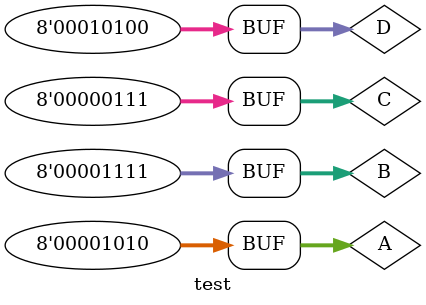
<source format=v>

module maior_menor(
    input [7:0] A,
    input [7:0] B,
    output [7:0] C);

reg [7:0] C_reg;
wire m;

assign m = A < B;
assign C = C_reg;

always @(m, A, B) begin
    if (m) begin
        C_reg <= B;
    end
    else begin
        C_reg <= A;
    end
end

endmodule


// outro modulo, para testar

module maior_4(
    input [7:0] A,
    input [7:0] B,
    input [7:0] C,
    input [7:0] D,
    output [7:0] Z
);

wire [7:0] X;
wire [7:0] Y;

maior_menor m1(A, B, X);
maior_menor m2(C, D, Y);
maior_menor m3(X, Y, Z);

endmodule


module test;

reg [7:0] A;
reg [7:0] B;
reg [7:0] C;
reg [7:0] D;

wire [7:0] Z;

maior_4 x1(A, B, C, D, Z);

initial begin
    $dumpvars;
    #2 A <= 5;
    #2 B <= 6;
    #2 C <= 7;
    #2 D <= 3;
    #2 A <= 10;
    #2 B <= 6;
    #2 C <= 7;
    #2 A <= 10;
    #2 B <= 15;
    #2 C <= 7;
    #2 D <= 20;
    #4;
end

endmodule




</source>
